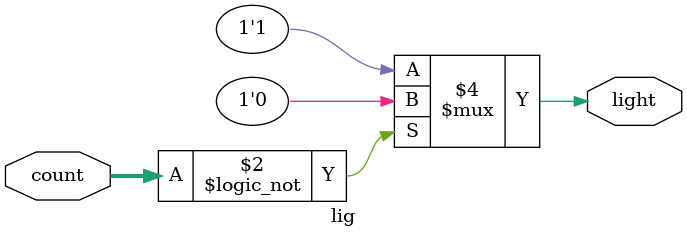
<source format=v>
module lig(input [4:0] count, output reg light);
	always @*
	begin
		if(count==0)
			light<=0;

		else
			light<=1;
	end

endmodule

</source>
